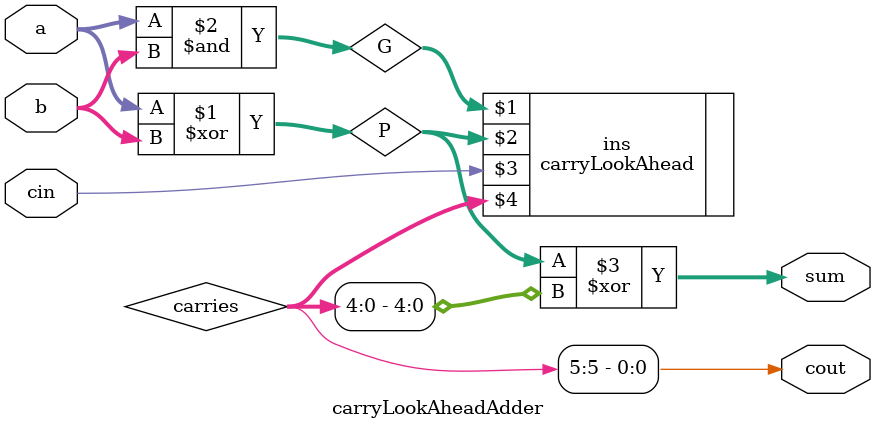
<source format=v>
`timescale 1ns / 1ps
module carryLookAheadAdder(
    input [4:0] a,
    input [4:0] b,
    input cin,
    output [4:0] sum,
    output cout
    );
wire [4:0] G;
wire [4:0] P;
wire [5:0] carries;

assign P = a ^ b;
assign G = a & b;


carryLookAhead ins (G, P, cin, carries);

assign sum = P^carries[4:0];
assign cout = carries[5];



endmodule


</source>
